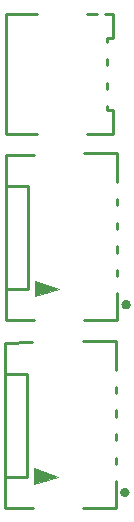
<source format=gbr>
%TF.GenerationSoftware,KiCad,Pcbnew,9.0.6*%
%TF.CreationDate,2026-01-14T23:48:26-05:00*%
%TF.ProjectId,DebuggingBoard,44656275-6767-4696-9e67-426f6172642e,rev?*%
%TF.SameCoordinates,Original*%
%TF.FileFunction,Legend,Bot*%
%TF.FilePolarity,Positive*%
%FSLAX46Y46*%
G04 Gerber Fmt 4.6, Leading zero omitted, Abs format (unit mm)*
G04 Created by KiCad (PCBNEW 9.0.6) date 2026-01-14 23:48:26*
%MOMM*%
%LPD*%
G01*
G04 APERTURE LIST*
%ADD10C,0.254001*%
%ADD11C,0.400000*%
%ADD12C,0.120000*%
G04 APERTURE END LIST*
D10*
%TO.C,U19*%
X70210592Y-58219964D02*
X72839446Y-58219964D01*
X70210592Y-68379984D02*
X70210592Y-58219964D01*
X72839446Y-68379984D02*
X70210592Y-68379984D01*
X77101727Y-58219964D02*
X77886182Y-58219964D01*
X78555017Y-58219964D02*
X79227610Y-58219964D01*
X78719609Y-60251968D02*
X78719609Y-60568834D01*
X78719609Y-62031114D02*
X78719609Y-62568834D01*
X78719609Y-64031114D02*
X78719609Y-64568834D01*
X78719609Y-66031114D02*
X78719609Y-66347980D01*
X78719609Y-66347980D02*
X79227610Y-66347980D01*
X79227610Y-58219964D02*
X79227610Y-60251968D01*
X79227610Y-60251968D02*
X78719609Y-60251968D01*
X79227610Y-66347980D02*
X79227610Y-68379984D01*
X79227610Y-68379984D02*
X77101727Y-68379984D01*
%TO.C,U16*%
X70199976Y-70159995D02*
X72539981Y-70129998D01*
X70199976Y-81527966D02*
X72089968Y-81527966D01*
X70199976Y-84150038D02*
X70199976Y-70159995D01*
X71568861Y-84150038D02*
X70199976Y-84150038D01*
X72089968Y-72789993D02*
X70199976Y-72789993D01*
X72089968Y-81527966D02*
X72089968Y-72789993D01*
X72568861Y-84150038D02*
X71429186Y-84150038D01*
X79600001Y-69989993D02*
X76831116Y-69989993D01*
X79600001Y-72418873D02*
X79600001Y-69989993D01*
X79600001Y-73881179D02*
X79600001Y-74418898D01*
X79600001Y-73975007D02*
X79600001Y-73881153D01*
X79600001Y-75881128D02*
X79600001Y-76418898D01*
X79600001Y-77881128D02*
X79600001Y-78418898D01*
X79600001Y-79881128D02*
X79600001Y-80418847D01*
X79600001Y-81881153D02*
X79600001Y-84150038D01*
X79600001Y-84150038D02*
X76831142Y-84150038D01*
D11*
X80579808Y-82829972D02*
G75*
G02*
X80180012Y-82829972I-199898J0D01*
G01*
X80180012Y-82829972D02*
G75*
G02*
X80579808Y-82829972I199898J0D01*
G01*
D12*
X74680011Y-81499975D02*
X72680011Y-82099975D01*
X72680011Y-80799975D01*
X74680011Y-81499975D01*
G36*
X74680011Y-81499975D02*
G01*
X72680011Y-82099975D01*
X72680011Y-80799975D01*
X74680011Y-81499975D01*
G37*
D10*
%TO.C,U15*%
X70100051Y-86059995D02*
X72440056Y-86029998D01*
X70100051Y-97427966D02*
X71990043Y-97427966D01*
X70100051Y-100050038D02*
X70100051Y-86059995D01*
X71468936Y-100050038D02*
X70100051Y-100050038D01*
X71990043Y-88689993D02*
X70100051Y-88689993D01*
X71990043Y-97427966D02*
X71990043Y-88689993D01*
X72468936Y-100050038D02*
X71329261Y-100050038D01*
X79500076Y-85889993D02*
X76731191Y-85889993D01*
X79500076Y-88318873D02*
X79500076Y-85889993D01*
X79500076Y-89781179D02*
X79500076Y-90318898D01*
X79500076Y-89875007D02*
X79500076Y-89781153D01*
X79500076Y-91781128D02*
X79500076Y-92318898D01*
X79500076Y-93781128D02*
X79500076Y-94318898D01*
X79500076Y-95781128D02*
X79500076Y-96318847D01*
X79500076Y-97781153D02*
X79500076Y-100050038D01*
X79500076Y-100050038D02*
X76731217Y-100050038D01*
D11*
X80479883Y-98729972D02*
G75*
G02*
X80080087Y-98729972I-199898J0D01*
G01*
X80080087Y-98729972D02*
G75*
G02*
X80479883Y-98729972I199898J0D01*
G01*
D12*
X74580086Y-97399975D02*
X72580086Y-97999975D01*
X72580086Y-96699975D01*
X74580086Y-97399975D01*
G36*
X74580086Y-97399975D02*
G01*
X72580086Y-97999975D01*
X72580086Y-96699975D01*
X74580086Y-97399975D01*
G37*
%TD*%
M02*

</source>
